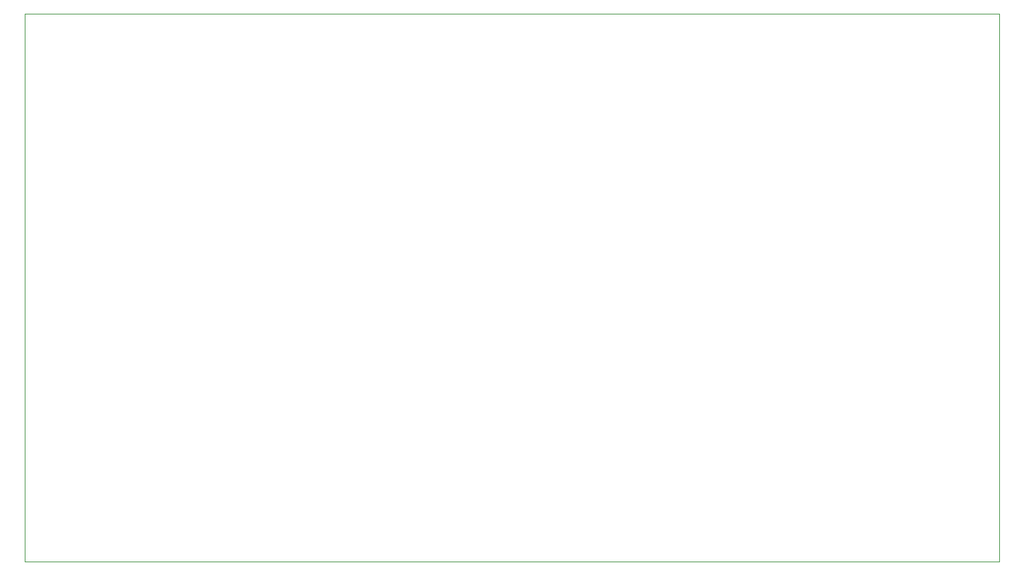
<source format=gm1>
G04 #@! TF.GenerationSoftware,KiCad,Pcbnew,(6.0.5)*
G04 #@! TF.CreationDate,2023-10-06T10:58:17-04:00*
G04 #@! TF.ProjectId,v1,76312e6b-6963-4616-945f-706362585858,rev?*
G04 #@! TF.SameCoordinates,Original*
G04 #@! TF.FileFunction,Profile,NP*
%FSLAX46Y46*%
G04 Gerber Fmt 4.6, Leading zero omitted, Abs format (unit mm)*
G04 Created by KiCad (PCBNEW (6.0.5)) date 2023-10-06 10:58:17*
%MOMM*%
%LPD*%
G01*
G04 APERTURE LIST*
G04 #@! TA.AperFunction,Profile*
%ADD10C,0.100000*%
G04 #@! TD*
G04 APERTURE END LIST*
D10*
X87500000Y-65000000D02*
X207500000Y-65000000D01*
X207500000Y-65000000D02*
X207500000Y-132500000D01*
X207500000Y-132500000D02*
X87500000Y-132500000D01*
X87500000Y-132500000D02*
X87500000Y-65000000D01*
M02*

</source>
